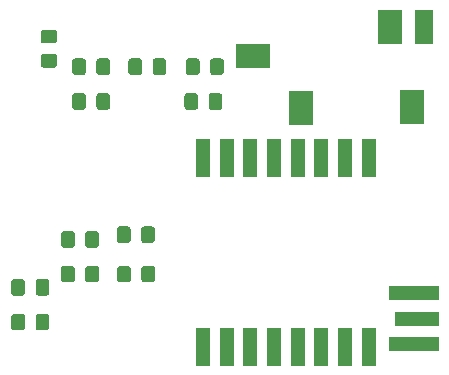
<source format=gbr>
G04 #@! TF.GenerationSoftware,KiCad,Pcbnew,(5.1.5)-3*
G04 #@! TF.CreationDate,2020-02-26T18:40:07+01:00*
G04 #@! TF.ProjectId,minirpi2,6d696e69-7270-4693-922e-6b696361645f,rev?*
G04 #@! TF.SameCoordinates,Original*
G04 #@! TF.FileFunction,Paste,Bot*
G04 #@! TF.FilePolarity,Positive*
%FSLAX46Y46*%
G04 Gerber Fmt 4.6, Leading zero omitted, Abs format (unit mm)*
G04 Created by KiCad (PCBNEW (5.1.5)-3) date 2020-02-26 18:40:07*
%MOMM*%
%LPD*%
G04 APERTURE LIST*
%ADD10C,0.100000*%
%ADD11R,1.200000X3.200000*%
%ADD12R,4.191000X1.270000*%
%ADD13R,3.683000X1.270000*%
%ADD14R,1.500000X3.000000*%
%ADD15R,2.000000X3.000000*%
%ADD16R,3.000000X2.000000*%
G04 APERTURE END LIST*
D10*
G36*
X192135505Y-52035204D02*
G01*
X192159773Y-52038804D01*
X192183572Y-52044765D01*
X192206671Y-52053030D01*
X192228850Y-52063520D01*
X192249893Y-52076132D01*
X192269599Y-52090747D01*
X192287777Y-52107223D01*
X192304253Y-52125401D01*
X192318868Y-52145107D01*
X192331480Y-52166150D01*
X192341970Y-52188329D01*
X192350235Y-52211428D01*
X192356196Y-52235227D01*
X192359796Y-52259495D01*
X192361000Y-52283999D01*
X192361000Y-53184001D01*
X192359796Y-53208505D01*
X192356196Y-53232773D01*
X192350235Y-53256572D01*
X192341970Y-53279671D01*
X192331480Y-53301850D01*
X192318868Y-53322893D01*
X192304253Y-53342599D01*
X192287777Y-53360777D01*
X192269599Y-53377253D01*
X192249893Y-53391868D01*
X192228850Y-53404480D01*
X192206671Y-53414970D01*
X192183572Y-53423235D01*
X192159773Y-53429196D01*
X192135505Y-53432796D01*
X192111001Y-53434000D01*
X191460999Y-53434000D01*
X191436495Y-53432796D01*
X191412227Y-53429196D01*
X191388428Y-53423235D01*
X191365329Y-53414970D01*
X191343150Y-53404480D01*
X191322107Y-53391868D01*
X191302401Y-53377253D01*
X191284223Y-53360777D01*
X191267747Y-53342599D01*
X191253132Y-53322893D01*
X191240520Y-53301850D01*
X191230030Y-53279671D01*
X191221765Y-53256572D01*
X191215804Y-53232773D01*
X191212204Y-53208505D01*
X191211000Y-53184001D01*
X191211000Y-52283999D01*
X191212204Y-52259495D01*
X191215804Y-52235227D01*
X191221765Y-52211428D01*
X191230030Y-52188329D01*
X191240520Y-52166150D01*
X191253132Y-52145107D01*
X191267747Y-52125401D01*
X191284223Y-52107223D01*
X191302401Y-52090747D01*
X191322107Y-52076132D01*
X191343150Y-52063520D01*
X191365329Y-52053030D01*
X191388428Y-52044765D01*
X191412227Y-52038804D01*
X191436495Y-52035204D01*
X191460999Y-52034000D01*
X192111001Y-52034000D01*
X192135505Y-52035204D01*
G37*
G36*
X194185505Y-52035204D02*
G01*
X194209773Y-52038804D01*
X194233572Y-52044765D01*
X194256671Y-52053030D01*
X194278850Y-52063520D01*
X194299893Y-52076132D01*
X194319599Y-52090747D01*
X194337777Y-52107223D01*
X194354253Y-52125401D01*
X194368868Y-52145107D01*
X194381480Y-52166150D01*
X194391970Y-52188329D01*
X194400235Y-52211428D01*
X194406196Y-52235227D01*
X194409796Y-52259495D01*
X194411000Y-52283999D01*
X194411000Y-53184001D01*
X194409796Y-53208505D01*
X194406196Y-53232773D01*
X194400235Y-53256572D01*
X194391970Y-53279671D01*
X194381480Y-53301850D01*
X194368868Y-53322893D01*
X194354253Y-53342599D01*
X194337777Y-53360777D01*
X194319599Y-53377253D01*
X194299893Y-53391868D01*
X194278850Y-53404480D01*
X194256671Y-53414970D01*
X194233572Y-53423235D01*
X194209773Y-53429196D01*
X194185505Y-53432796D01*
X194161001Y-53434000D01*
X193510999Y-53434000D01*
X193486495Y-53432796D01*
X193462227Y-53429196D01*
X193438428Y-53423235D01*
X193415329Y-53414970D01*
X193393150Y-53404480D01*
X193372107Y-53391868D01*
X193352401Y-53377253D01*
X193334223Y-53360777D01*
X193317747Y-53342599D01*
X193303132Y-53322893D01*
X193290520Y-53301850D01*
X193280030Y-53279671D01*
X193271765Y-53256572D01*
X193265804Y-53232773D01*
X193262204Y-53208505D01*
X193261000Y-53184001D01*
X193261000Y-52283999D01*
X193262204Y-52259495D01*
X193265804Y-52235227D01*
X193271765Y-52211428D01*
X193280030Y-52188329D01*
X193290520Y-52166150D01*
X193303132Y-52145107D01*
X193317747Y-52125401D01*
X193334223Y-52107223D01*
X193352401Y-52090747D01*
X193372107Y-52076132D01*
X193393150Y-52063520D01*
X193415329Y-52053030D01*
X193438428Y-52044765D01*
X193462227Y-52038804D01*
X193486495Y-52035204D01*
X193510999Y-52034000D01*
X194161001Y-52034000D01*
X194185505Y-52035204D01*
G37*
G36*
X192135505Y-49085204D02*
G01*
X192159773Y-49088804D01*
X192183572Y-49094765D01*
X192206671Y-49103030D01*
X192228850Y-49113520D01*
X192249893Y-49126132D01*
X192269599Y-49140747D01*
X192287777Y-49157223D01*
X192304253Y-49175401D01*
X192318868Y-49195107D01*
X192331480Y-49216150D01*
X192341970Y-49238329D01*
X192350235Y-49261428D01*
X192356196Y-49285227D01*
X192359796Y-49309495D01*
X192361000Y-49333999D01*
X192361000Y-50234001D01*
X192359796Y-50258505D01*
X192356196Y-50282773D01*
X192350235Y-50306572D01*
X192341970Y-50329671D01*
X192331480Y-50351850D01*
X192318868Y-50372893D01*
X192304253Y-50392599D01*
X192287777Y-50410777D01*
X192269599Y-50427253D01*
X192249893Y-50441868D01*
X192228850Y-50454480D01*
X192206671Y-50464970D01*
X192183572Y-50473235D01*
X192159773Y-50479196D01*
X192135505Y-50482796D01*
X192111001Y-50484000D01*
X191460999Y-50484000D01*
X191436495Y-50482796D01*
X191412227Y-50479196D01*
X191388428Y-50473235D01*
X191365329Y-50464970D01*
X191343150Y-50454480D01*
X191322107Y-50441868D01*
X191302401Y-50427253D01*
X191284223Y-50410777D01*
X191267747Y-50392599D01*
X191253132Y-50372893D01*
X191240520Y-50351850D01*
X191230030Y-50329671D01*
X191221765Y-50306572D01*
X191215804Y-50282773D01*
X191212204Y-50258505D01*
X191211000Y-50234001D01*
X191211000Y-49333999D01*
X191212204Y-49309495D01*
X191215804Y-49285227D01*
X191221765Y-49261428D01*
X191230030Y-49238329D01*
X191240520Y-49216150D01*
X191253132Y-49195107D01*
X191267747Y-49175401D01*
X191284223Y-49157223D01*
X191302401Y-49140747D01*
X191322107Y-49126132D01*
X191343150Y-49113520D01*
X191365329Y-49103030D01*
X191388428Y-49094765D01*
X191412227Y-49088804D01*
X191436495Y-49085204D01*
X191460999Y-49084000D01*
X192111001Y-49084000D01*
X192135505Y-49085204D01*
G37*
G36*
X194185505Y-49085204D02*
G01*
X194209773Y-49088804D01*
X194233572Y-49094765D01*
X194256671Y-49103030D01*
X194278850Y-49113520D01*
X194299893Y-49126132D01*
X194319599Y-49140747D01*
X194337777Y-49157223D01*
X194354253Y-49175401D01*
X194368868Y-49195107D01*
X194381480Y-49216150D01*
X194391970Y-49238329D01*
X194400235Y-49261428D01*
X194406196Y-49285227D01*
X194409796Y-49309495D01*
X194411000Y-49333999D01*
X194411000Y-50234001D01*
X194409796Y-50258505D01*
X194406196Y-50282773D01*
X194400235Y-50306572D01*
X194391970Y-50329671D01*
X194381480Y-50351850D01*
X194368868Y-50372893D01*
X194354253Y-50392599D01*
X194337777Y-50410777D01*
X194319599Y-50427253D01*
X194299893Y-50441868D01*
X194278850Y-50454480D01*
X194256671Y-50464970D01*
X194233572Y-50473235D01*
X194209773Y-50479196D01*
X194185505Y-50482796D01*
X194161001Y-50484000D01*
X193510999Y-50484000D01*
X193486495Y-50482796D01*
X193462227Y-50479196D01*
X193438428Y-50473235D01*
X193415329Y-50464970D01*
X193393150Y-50454480D01*
X193372107Y-50441868D01*
X193352401Y-50427253D01*
X193334223Y-50410777D01*
X193317747Y-50392599D01*
X193303132Y-50372893D01*
X193290520Y-50351850D01*
X193280030Y-50329671D01*
X193271765Y-50306572D01*
X193265804Y-50282773D01*
X193262204Y-50258505D01*
X193261000Y-50234001D01*
X193261000Y-49333999D01*
X193262204Y-49309495D01*
X193265804Y-49285227D01*
X193271765Y-49261428D01*
X193280030Y-49238329D01*
X193290520Y-49216150D01*
X193303132Y-49195107D01*
X193317747Y-49175401D01*
X193334223Y-49157223D01*
X193352401Y-49140747D01*
X193372107Y-49126132D01*
X193393150Y-49113520D01*
X193415329Y-49103030D01*
X193438428Y-49094765D01*
X193462227Y-49088804D01*
X193486495Y-49085204D01*
X193510999Y-49084000D01*
X194161001Y-49084000D01*
X194185505Y-49085204D01*
G37*
G36*
X201635505Y-52035204D02*
G01*
X201659773Y-52038804D01*
X201683572Y-52044765D01*
X201706671Y-52053030D01*
X201728850Y-52063520D01*
X201749893Y-52076132D01*
X201769599Y-52090747D01*
X201787777Y-52107223D01*
X201804253Y-52125401D01*
X201818868Y-52145107D01*
X201831480Y-52166150D01*
X201841970Y-52188329D01*
X201850235Y-52211428D01*
X201856196Y-52235227D01*
X201859796Y-52259495D01*
X201861000Y-52283999D01*
X201861000Y-53184001D01*
X201859796Y-53208505D01*
X201856196Y-53232773D01*
X201850235Y-53256572D01*
X201841970Y-53279671D01*
X201831480Y-53301850D01*
X201818868Y-53322893D01*
X201804253Y-53342599D01*
X201787777Y-53360777D01*
X201769599Y-53377253D01*
X201749893Y-53391868D01*
X201728850Y-53404480D01*
X201706671Y-53414970D01*
X201683572Y-53423235D01*
X201659773Y-53429196D01*
X201635505Y-53432796D01*
X201611001Y-53434000D01*
X200960999Y-53434000D01*
X200936495Y-53432796D01*
X200912227Y-53429196D01*
X200888428Y-53423235D01*
X200865329Y-53414970D01*
X200843150Y-53404480D01*
X200822107Y-53391868D01*
X200802401Y-53377253D01*
X200784223Y-53360777D01*
X200767747Y-53342599D01*
X200753132Y-53322893D01*
X200740520Y-53301850D01*
X200730030Y-53279671D01*
X200721765Y-53256572D01*
X200715804Y-53232773D01*
X200712204Y-53208505D01*
X200711000Y-53184001D01*
X200711000Y-52283999D01*
X200712204Y-52259495D01*
X200715804Y-52235227D01*
X200721765Y-52211428D01*
X200730030Y-52188329D01*
X200740520Y-52166150D01*
X200753132Y-52145107D01*
X200767747Y-52125401D01*
X200784223Y-52107223D01*
X200802401Y-52090747D01*
X200822107Y-52076132D01*
X200843150Y-52063520D01*
X200865329Y-52053030D01*
X200888428Y-52044765D01*
X200912227Y-52038804D01*
X200936495Y-52035204D01*
X200960999Y-52034000D01*
X201611001Y-52034000D01*
X201635505Y-52035204D01*
G37*
G36*
X203685505Y-52035204D02*
G01*
X203709773Y-52038804D01*
X203733572Y-52044765D01*
X203756671Y-52053030D01*
X203778850Y-52063520D01*
X203799893Y-52076132D01*
X203819599Y-52090747D01*
X203837777Y-52107223D01*
X203854253Y-52125401D01*
X203868868Y-52145107D01*
X203881480Y-52166150D01*
X203891970Y-52188329D01*
X203900235Y-52211428D01*
X203906196Y-52235227D01*
X203909796Y-52259495D01*
X203911000Y-52283999D01*
X203911000Y-53184001D01*
X203909796Y-53208505D01*
X203906196Y-53232773D01*
X203900235Y-53256572D01*
X203891970Y-53279671D01*
X203881480Y-53301850D01*
X203868868Y-53322893D01*
X203854253Y-53342599D01*
X203837777Y-53360777D01*
X203819599Y-53377253D01*
X203799893Y-53391868D01*
X203778850Y-53404480D01*
X203756671Y-53414970D01*
X203733572Y-53423235D01*
X203709773Y-53429196D01*
X203685505Y-53432796D01*
X203661001Y-53434000D01*
X203010999Y-53434000D01*
X202986495Y-53432796D01*
X202962227Y-53429196D01*
X202938428Y-53423235D01*
X202915329Y-53414970D01*
X202893150Y-53404480D01*
X202872107Y-53391868D01*
X202852401Y-53377253D01*
X202834223Y-53360777D01*
X202817747Y-53342599D01*
X202803132Y-53322893D01*
X202790520Y-53301850D01*
X202780030Y-53279671D01*
X202771765Y-53256572D01*
X202765804Y-53232773D01*
X202762204Y-53208505D01*
X202761000Y-53184001D01*
X202761000Y-52283999D01*
X202762204Y-52259495D01*
X202765804Y-52235227D01*
X202771765Y-52211428D01*
X202780030Y-52188329D01*
X202790520Y-52166150D01*
X202803132Y-52145107D01*
X202817747Y-52125401D01*
X202834223Y-52107223D01*
X202852401Y-52090747D01*
X202872107Y-52076132D01*
X202893150Y-52063520D01*
X202915329Y-52053030D01*
X202938428Y-52044765D01*
X202962227Y-52038804D01*
X202986495Y-52035204D01*
X203010999Y-52034000D01*
X203661001Y-52034000D01*
X203685505Y-52035204D01*
G37*
G36*
X196885505Y-49085204D02*
G01*
X196909773Y-49088804D01*
X196933572Y-49094765D01*
X196956671Y-49103030D01*
X196978850Y-49113520D01*
X196999893Y-49126132D01*
X197019599Y-49140747D01*
X197037777Y-49157223D01*
X197054253Y-49175401D01*
X197068868Y-49195107D01*
X197081480Y-49216150D01*
X197091970Y-49238329D01*
X197100235Y-49261428D01*
X197106196Y-49285227D01*
X197109796Y-49309495D01*
X197111000Y-49333999D01*
X197111000Y-50234001D01*
X197109796Y-50258505D01*
X197106196Y-50282773D01*
X197100235Y-50306572D01*
X197091970Y-50329671D01*
X197081480Y-50351850D01*
X197068868Y-50372893D01*
X197054253Y-50392599D01*
X197037777Y-50410777D01*
X197019599Y-50427253D01*
X196999893Y-50441868D01*
X196978850Y-50454480D01*
X196956671Y-50464970D01*
X196933572Y-50473235D01*
X196909773Y-50479196D01*
X196885505Y-50482796D01*
X196861001Y-50484000D01*
X196210999Y-50484000D01*
X196186495Y-50482796D01*
X196162227Y-50479196D01*
X196138428Y-50473235D01*
X196115329Y-50464970D01*
X196093150Y-50454480D01*
X196072107Y-50441868D01*
X196052401Y-50427253D01*
X196034223Y-50410777D01*
X196017747Y-50392599D01*
X196003132Y-50372893D01*
X195990520Y-50351850D01*
X195980030Y-50329671D01*
X195971765Y-50306572D01*
X195965804Y-50282773D01*
X195962204Y-50258505D01*
X195961000Y-50234001D01*
X195961000Y-49333999D01*
X195962204Y-49309495D01*
X195965804Y-49285227D01*
X195971765Y-49261428D01*
X195980030Y-49238329D01*
X195990520Y-49216150D01*
X196003132Y-49195107D01*
X196017747Y-49175401D01*
X196034223Y-49157223D01*
X196052401Y-49140747D01*
X196072107Y-49126132D01*
X196093150Y-49113520D01*
X196115329Y-49103030D01*
X196138428Y-49094765D01*
X196162227Y-49088804D01*
X196186495Y-49085204D01*
X196210999Y-49084000D01*
X196861001Y-49084000D01*
X196885505Y-49085204D01*
G37*
G36*
X198935505Y-49085204D02*
G01*
X198959773Y-49088804D01*
X198983572Y-49094765D01*
X199006671Y-49103030D01*
X199028850Y-49113520D01*
X199049893Y-49126132D01*
X199069599Y-49140747D01*
X199087777Y-49157223D01*
X199104253Y-49175401D01*
X199118868Y-49195107D01*
X199131480Y-49216150D01*
X199141970Y-49238329D01*
X199150235Y-49261428D01*
X199156196Y-49285227D01*
X199159796Y-49309495D01*
X199161000Y-49333999D01*
X199161000Y-50234001D01*
X199159796Y-50258505D01*
X199156196Y-50282773D01*
X199150235Y-50306572D01*
X199141970Y-50329671D01*
X199131480Y-50351850D01*
X199118868Y-50372893D01*
X199104253Y-50392599D01*
X199087777Y-50410777D01*
X199069599Y-50427253D01*
X199049893Y-50441868D01*
X199028850Y-50454480D01*
X199006671Y-50464970D01*
X198983572Y-50473235D01*
X198959773Y-50479196D01*
X198935505Y-50482796D01*
X198911001Y-50484000D01*
X198260999Y-50484000D01*
X198236495Y-50482796D01*
X198212227Y-50479196D01*
X198188428Y-50473235D01*
X198165329Y-50464970D01*
X198143150Y-50454480D01*
X198122107Y-50441868D01*
X198102401Y-50427253D01*
X198084223Y-50410777D01*
X198067747Y-50392599D01*
X198053132Y-50372893D01*
X198040520Y-50351850D01*
X198030030Y-50329671D01*
X198021765Y-50306572D01*
X198015804Y-50282773D01*
X198012204Y-50258505D01*
X198011000Y-50234001D01*
X198011000Y-49333999D01*
X198012204Y-49309495D01*
X198015804Y-49285227D01*
X198021765Y-49261428D01*
X198030030Y-49238329D01*
X198040520Y-49216150D01*
X198053132Y-49195107D01*
X198067747Y-49175401D01*
X198084223Y-49157223D01*
X198102401Y-49140747D01*
X198122107Y-49126132D01*
X198143150Y-49113520D01*
X198165329Y-49103030D01*
X198188428Y-49094765D01*
X198212227Y-49088804D01*
X198236495Y-49085204D01*
X198260999Y-49084000D01*
X198911001Y-49084000D01*
X198935505Y-49085204D01*
G37*
D11*
X202296000Y-73532000D03*
X204296000Y-73532000D03*
X206296000Y-73532000D03*
X208296000Y-73532000D03*
X210296000Y-73532000D03*
X212296000Y-73532000D03*
X214296000Y-73532000D03*
X216296000Y-73532000D03*
X216296000Y-57532000D03*
X214296000Y-57532000D03*
X212296000Y-57532000D03*
X210296000Y-57532000D03*
X208296000Y-57532000D03*
X206296000Y-57532000D03*
X204296000Y-57532000D03*
X202296000Y-57532000D03*
D12*
X220154500Y-73266300D03*
X220154500Y-68973700D03*
D13*
X220408500Y-71120000D03*
D12*
X220154500Y-73266300D03*
X220154500Y-68973700D03*
D10*
G36*
X189704505Y-48711204D02*
G01*
X189728773Y-48714804D01*
X189752572Y-48720765D01*
X189775671Y-48729030D01*
X189797850Y-48739520D01*
X189818893Y-48752132D01*
X189838599Y-48766747D01*
X189856777Y-48783223D01*
X189873253Y-48801401D01*
X189887868Y-48821107D01*
X189900480Y-48842150D01*
X189910970Y-48864329D01*
X189919235Y-48887428D01*
X189925196Y-48911227D01*
X189928796Y-48935495D01*
X189930000Y-48959999D01*
X189930000Y-49610001D01*
X189928796Y-49634505D01*
X189925196Y-49658773D01*
X189919235Y-49682572D01*
X189910970Y-49705671D01*
X189900480Y-49727850D01*
X189887868Y-49748893D01*
X189873253Y-49768599D01*
X189856777Y-49786777D01*
X189838599Y-49803253D01*
X189818893Y-49817868D01*
X189797850Y-49830480D01*
X189775671Y-49840970D01*
X189752572Y-49849235D01*
X189728773Y-49855196D01*
X189704505Y-49858796D01*
X189680001Y-49860000D01*
X188779999Y-49860000D01*
X188755495Y-49858796D01*
X188731227Y-49855196D01*
X188707428Y-49849235D01*
X188684329Y-49840970D01*
X188662150Y-49830480D01*
X188641107Y-49817868D01*
X188621401Y-49803253D01*
X188603223Y-49786777D01*
X188586747Y-49768599D01*
X188572132Y-49748893D01*
X188559520Y-49727850D01*
X188549030Y-49705671D01*
X188540765Y-49682572D01*
X188534804Y-49658773D01*
X188531204Y-49634505D01*
X188530000Y-49610001D01*
X188530000Y-48959999D01*
X188531204Y-48935495D01*
X188534804Y-48911227D01*
X188540765Y-48887428D01*
X188549030Y-48864329D01*
X188559520Y-48842150D01*
X188572132Y-48821107D01*
X188586747Y-48801401D01*
X188603223Y-48783223D01*
X188621401Y-48766747D01*
X188641107Y-48752132D01*
X188662150Y-48739520D01*
X188684329Y-48729030D01*
X188707428Y-48720765D01*
X188731227Y-48714804D01*
X188755495Y-48711204D01*
X188779999Y-48710000D01*
X189680001Y-48710000D01*
X189704505Y-48711204D01*
G37*
G36*
X189704505Y-46661204D02*
G01*
X189728773Y-46664804D01*
X189752572Y-46670765D01*
X189775671Y-46679030D01*
X189797850Y-46689520D01*
X189818893Y-46702132D01*
X189838599Y-46716747D01*
X189856777Y-46733223D01*
X189873253Y-46751401D01*
X189887868Y-46771107D01*
X189900480Y-46792150D01*
X189910970Y-46814329D01*
X189919235Y-46837428D01*
X189925196Y-46861227D01*
X189928796Y-46885495D01*
X189930000Y-46909999D01*
X189930000Y-47560001D01*
X189928796Y-47584505D01*
X189925196Y-47608773D01*
X189919235Y-47632572D01*
X189910970Y-47655671D01*
X189900480Y-47677850D01*
X189887868Y-47698893D01*
X189873253Y-47718599D01*
X189856777Y-47736777D01*
X189838599Y-47753253D01*
X189818893Y-47767868D01*
X189797850Y-47780480D01*
X189775671Y-47790970D01*
X189752572Y-47799235D01*
X189728773Y-47805196D01*
X189704505Y-47808796D01*
X189680001Y-47810000D01*
X188779999Y-47810000D01*
X188755495Y-47808796D01*
X188731227Y-47805196D01*
X188707428Y-47799235D01*
X188684329Y-47790970D01*
X188662150Y-47780480D01*
X188641107Y-47767868D01*
X188621401Y-47753253D01*
X188603223Y-47736777D01*
X188586747Y-47718599D01*
X188572132Y-47698893D01*
X188559520Y-47677850D01*
X188549030Y-47655671D01*
X188540765Y-47632572D01*
X188534804Y-47608773D01*
X188531204Y-47584505D01*
X188530000Y-47560001D01*
X188530000Y-46909999D01*
X188531204Y-46885495D01*
X188534804Y-46861227D01*
X188540765Y-46837428D01*
X188549030Y-46814329D01*
X188559520Y-46792150D01*
X188572132Y-46771107D01*
X188586747Y-46751401D01*
X188603223Y-46733223D01*
X188621401Y-46716747D01*
X188641107Y-46702132D01*
X188662150Y-46689520D01*
X188684329Y-46679030D01*
X188707428Y-46670765D01*
X188731227Y-46664804D01*
X188755495Y-46661204D01*
X188779999Y-46660000D01*
X189680001Y-46660000D01*
X189704505Y-46661204D01*
G37*
G36*
X203812505Y-49085204D02*
G01*
X203836773Y-49088804D01*
X203860572Y-49094765D01*
X203883671Y-49103030D01*
X203905850Y-49113520D01*
X203926893Y-49126132D01*
X203946599Y-49140747D01*
X203964777Y-49157223D01*
X203981253Y-49175401D01*
X203995868Y-49195107D01*
X204008480Y-49216150D01*
X204018970Y-49238329D01*
X204027235Y-49261428D01*
X204033196Y-49285227D01*
X204036796Y-49309495D01*
X204038000Y-49333999D01*
X204038000Y-50234001D01*
X204036796Y-50258505D01*
X204033196Y-50282773D01*
X204027235Y-50306572D01*
X204018970Y-50329671D01*
X204008480Y-50351850D01*
X203995868Y-50372893D01*
X203981253Y-50392599D01*
X203964777Y-50410777D01*
X203946599Y-50427253D01*
X203926893Y-50441868D01*
X203905850Y-50454480D01*
X203883671Y-50464970D01*
X203860572Y-50473235D01*
X203836773Y-50479196D01*
X203812505Y-50482796D01*
X203788001Y-50484000D01*
X203137999Y-50484000D01*
X203113495Y-50482796D01*
X203089227Y-50479196D01*
X203065428Y-50473235D01*
X203042329Y-50464970D01*
X203020150Y-50454480D01*
X202999107Y-50441868D01*
X202979401Y-50427253D01*
X202961223Y-50410777D01*
X202944747Y-50392599D01*
X202930132Y-50372893D01*
X202917520Y-50351850D01*
X202907030Y-50329671D01*
X202898765Y-50306572D01*
X202892804Y-50282773D01*
X202889204Y-50258505D01*
X202888000Y-50234001D01*
X202888000Y-49333999D01*
X202889204Y-49309495D01*
X202892804Y-49285227D01*
X202898765Y-49261428D01*
X202907030Y-49238329D01*
X202917520Y-49216150D01*
X202930132Y-49195107D01*
X202944747Y-49175401D01*
X202961223Y-49157223D01*
X202979401Y-49140747D01*
X202999107Y-49126132D01*
X203020150Y-49113520D01*
X203042329Y-49103030D01*
X203065428Y-49094765D01*
X203089227Y-49088804D01*
X203113495Y-49085204D01*
X203137999Y-49084000D01*
X203788001Y-49084000D01*
X203812505Y-49085204D01*
G37*
G36*
X201762505Y-49085204D02*
G01*
X201786773Y-49088804D01*
X201810572Y-49094765D01*
X201833671Y-49103030D01*
X201855850Y-49113520D01*
X201876893Y-49126132D01*
X201896599Y-49140747D01*
X201914777Y-49157223D01*
X201931253Y-49175401D01*
X201945868Y-49195107D01*
X201958480Y-49216150D01*
X201968970Y-49238329D01*
X201977235Y-49261428D01*
X201983196Y-49285227D01*
X201986796Y-49309495D01*
X201988000Y-49333999D01*
X201988000Y-50234001D01*
X201986796Y-50258505D01*
X201983196Y-50282773D01*
X201977235Y-50306572D01*
X201968970Y-50329671D01*
X201958480Y-50351850D01*
X201945868Y-50372893D01*
X201931253Y-50392599D01*
X201914777Y-50410777D01*
X201896599Y-50427253D01*
X201876893Y-50441868D01*
X201855850Y-50454480D01*
X201833671Y-50464970D01*
X201810572Y-50473235D01*
X201786773Y-50479196D01*
X201762505Y-50482796D01*
X201738001Y-50484000D01*
X201087999Y-50484000D01*
X201063495Y-50482796D01*
X201039227Y-50479196D01*
X201015428Y-50473235D01*
X200992329Y-50464970D01*
X200970150Y-50454480D01*
X200949107Y-50441868D01*
X200929401Y-50427253D01*
X200911223Y-50410777D01*
X200894747Y-50392599D01*
X200880132Y-50372893D01*
X200867520Y-50351850D01*
X200857030Y-50329671D01*
X200848765Y-50306572D01*
X200842804Y-50282773D01*
X200839204Y-50258505D01*
X200838000Y-50234001D01*
X200838000Y-49333999D01*
X200839204Y-49309495D01*
X200842804Y-49285227D01*
X200848765Y-49261428D01*
X200857030Y-49238329D01*
X200867520Y-49216150D01*
X200880132Y-49195107D01*
X200894747Y-49175401D01*
X200911223Y-49157223D01*
X200929401Y-49140747D01*
X200949107Y-49126132D01*
X200970150Y-49113520D01*
X200992329Y-49103030D01*
X201015428Y-49094765D01*
X201039227Y-49088804D01*
X201063495Y-49085204D01*
X201087999Y-49084000D01*
X201738001Y-49084000D01*
X201762505Y-49085204D01*
G37*
D14*
X221004000Y-46384000D03*
D15*
X218104000Y-46384000D03*
X220004000Y-53184000D03*
X210604000Y-53284000D03*
D16*
X206504000Y-48884000D03*
D10*
G36*
X191191505Y-66652204D02*
G01*
X191215773Y-66655804D01*
X191239572Y-66661765D01*
X191262671Y-66670030D01*
X191284850Y-66680520D01*
X191305893Y-66693132D01*
X191325599Y-66707747D01*
X191343777Y-66724223D01*
X191360253Y-66742401D01*
X191374868Y-66762107D01*
X191387480Y-66783150D01*
X191397970Y-66805329D01*
X191406235Y-66828428D01*
X191412196Y-66852227D01*
X191415796Y-66876495D01*
X191417000Y-66900999D01*
X191417000Y-67801001D01*
X191415796Y-67825505D01*
X191412196Y-67849773D01*
X191406235Y-67873572D01*
X191397970Y-67896671D01*
X191387480Y-67918850D01*
X191374868Y-67939893D01*
X191360253Y-67959599D01*
X191343777Y-67977777D01*
X191325599Y-67994253D01*
X191305893Y-68008868D01*
X191284850Y-68021480D01*
X191262671Y-68031970D01*
X191239572Y-68040235D01*
X191215773Y-68046196D01*
X191191505Y-68049796D01*
X191167001Y-68051000D01*
X190516999Y-68051000D01*
X190492495Y-68049796D01*
X190468227Y-68046196D01*
X190444428Y-68040235D01*
X190421329Y-68031970D01*
X190399150Y-68021480D01*
X190378107Y-68008868D01*
X190358401Y-67994253D01*
X190340223Y-67977777D01*
X190323747Y-67959599D01*
X190309132Y-67939893D01*
X190296520Y-67918850D01*
X190286030Y-67896671D01*
X190277765Y-67873572D01*
X190271804Y-67849773D01*
X190268204Y-67825505D01*
X190267000Y-67801001D01*
X190267000Y-66900999D01*
X190268204Y-66876495D01*
X190271804Y-66852227D01*
X190277765Y-66828428D01*
X190286030Y-66805329D01*
X190296520Y-66783150D01*
X190309132Y-66762107D01*
X190323747Y-66742401D01*
X190340223Y-66724223D01*
X190358401Y-66707747D01*
X190378107Y-66693132D01*
X190399150Y-66680520D01*
X190421329Y-66670030D01*
X190444428Y-66661765D01*
X190468227Y-66655804D01*
X190492495Y-66652204D01*
X190516999Y-66651000D01*
X191167001Y-66651000D01*
X191191505Y-66652204D01*
G37*
G36*
X193241505Y-66652204D02*
G01*
X193265773Y-66655804D01*
X193289572Y-66661765D01*
X193312671Y-66670030D01*
X193334850Y-66680520D01*
X193355893Y-66693132D01*
X193375599Y-66707747D01*
X193393777Y-66724223D01*
X193410253Y-66742401D01*
X193424868Y-66762107D01*
X193437480Y-66783150D01*
X193447970Y-66805329D01*
X193456235Y-66828428D01*
X193462196Y-66852227D01*
X193465796Y-66876495D01*
X193467000Y-66900999D01*
X193467000Y-67801001D01*
X193465796Y-67825505D01*
X193462196Y-67849773D01*
X193456235Y-67873572D01*
X193447970Y-67896671D01*
X193437480Y-67918850D01*
X193424868Y-67939893D01*
X193410253Y-67959599D01*
X193393777Y-67977777D01*
X193375599Y-67994253D01*
X193355893Y-68008868D01*
X193334850Y-68021480D01*
X193312671Y-68031970D01*
X193289572Y-68040235D01*
X193265773Y-68046196D01*
X193241505Y-68049796D01*
X193217001Y-68051000D01*
X192566999Y-68051000D01*
X192542495Y-68049796D01*
X192518227Y-68046196D01*
X192494428Y-68040235D01*
X192471329Y-68031970D01*
X192449150Y-68021480D01*
X192428107Y-68008868D01*
X192408401Y-67994253D01*
X192390223Y-67977777D01*
X192373747Y-67959599D01*
X192359132Y-67939893D01*
X192346520Y-67918850D01*
X192336030Y-67896671D01*
X192327765Y-67873572D01*
X192321804Y-67849773D01*
X192318204Y-67825505D01*
X192317000Y-67801001D01*
X192317000Y-66900999D01*
X192318204Y-66876495D01*
X192321804Y-66852227D01*
X192327765Y-66828428D01*
X192336030Y-66805329D01*
X192346520Y-66783150D01*
X192359132Y-66762107D01*
X192373747Y-66742401D01*
X192390223Y-66724223D01*
X192408401Y-66707747D01*
X192428107Y-66693132D01*
X192449150Y-66680520D01*
X192471329Y-66670030D01*
X192494428Y-66661765D01*
X192518227Y-66655804D01*
X192542495Y-66652204D01*
X192566999Y-66651000D01*
X193217001Y-66651000D01*
X193241505Y-66652204D01*
G37*
G36*
X191191505Y-63702204D02*
G01*
X191215773Y-63705804D01*
X191239572Y-63711765D01*
X191262671Y-63720030D01*
X191284850Y-63730520D01*
X191305893Y-63743132D01*
X191325599Y-63757747D01*
X191343777Y-63774223D01*
X191360253Y-63792401D01*
X191374868Y-63812107D01*
X191387480Y-63833150D01*
X191397970Y-63855329D01*
X191406235Y-63878428D01*
X191412196Y-63902227D01*
X191415796Y-63926495D01*
X191417000Y-63950999D01*
X191417000Y-64851001D01*
X191415796Y-64875505D01*
X191412196Y-64899773D01*
X191406235Y-64923572D01*
X191397970Y-64946671D01*
X191387480Y-64968850D01*
X191374868Y-64989893D01*
X191360253Y-65009599D01*
X191343777Y-65027777D01*
X191325599Y-65044253D01*
X191305893Y-65058868D01*
X191284850Y-65071480D01*
X191262671Y-65081970D01*
X191239572Y-65090235D01*
X191215773Y-65096196D01*
X191191505Y-65099796D01*
X191167001Y-65101000D01*
X190516999Y-65101000D01*
X190492495Y-65099796D01*
X190468227Y-65096196D01*
X190444428Y-65090235D01*
X190421329Y-65081970D01*
X190399150Y-65071480D01*
X190378107Y-65058868D01*
X190358401Y-65044253D01*
X190340223Y-65027777D01*
X190323747Y-65009599D01*
X190309132Y-64989893D01*
X190296520Y-64968850D01*
X190286030Y-64946671D01*
X190277765Y-64923572D01*
X190271804Y-64899773D01*
X190268204Y-64875505D01*
X190267000Y-64851001D01*
X190267000Y-63950999D01*
X190268204Y-63926495D01*
X190271804Y-63902227D01*
X190277765Y-63878428D01*
X190286030Y-63855329D01*
X190296520Y-63833150D01*
X190309132Y-63812107D01*
X190323747Y-63792401D01*
X190340223Y-63774223D01*
X190358401Y-63757747D01*
X190378107Y-63743132D01*
X190399150Y-63730520D01*
X190421329Y-63720030D01*
X190444428Y-63711765D01*
X190468227Y-63705804D01*
X190492495Y-63702204D01*
X190516999Y-63701000D01*
X191167001Y-63701000D01*
X191191505Y-63702204D01*
G37*
G36*
X193241505Y-63702204D02*
G01*
X193265773Y-63705804D01*
X193289572Y-63711765D01*
X193312671Y-63720030D01*
X193334850Y-63730520D01*
X193355893Y-63743132D01*
X193375599Y-63757747D01*
X193393777Y-63774223D01*
X193410253Y-63792401D01*
X193424868Y-63812107D01*
X193437480Y-63833150D01*
X193447970Y-63855329D01*
X193456235Y-63878428D01*
X193462196Y-63902227D01*
X193465796Y-63926495D01*
X193467000Y-63950999D01*
X193467000Y-64851001D01*
X193465796Y-64875505D01*
X193462196Y-64899773D01*
X193456235Y-64923572D01*
X193447970Y-64946671D01*
X193437480Y-64968850D01*
X193424868Y-64989893D01*
X193410253Y-65009599D01*
X193393777Y-65027777D01*
X193375599Y-65044253D01*
X193355893Y-65058868D01*
X193334850Y-65071480D01*
X193312671Y-65081970D01*
X193289572Y-65090235D01*
X193265773Y-65096196D01*
X193241505Y-65099796D01*
X193217001Y-65101000D01*
X192566999Y-65101000D01*
X192542495Y-65099796D01*
X192518227Y-65096196D01*
X192494428Y-65090235D01*
X192471329Y-65081970D01*
X192449150Y-65071480D01*
X192428107Y-65058868D01*
X192408401Y-65044253D01*
X192390223Y-65027777D01*
X192373747Y-65009599D01*
X192359132Y-64989893D01*
X192346520Y-64968850D01*
X192336030Y-64946671D01*
X192327765Y-64923572D01*
X192321804Y-64899773D01*
X192318204Y-64875505D01*
X192317000Y-64851001D01*
X192317000Y-63950999D01*
X192318204Y-63926495D01*
X192321804Y-63902227D01*
X192327765Y-63878428D01*
X192336030Y-63855329D01*
X192346520Y-63833150D01*
X192359132Y-63812107D01*
X192373747Y-63792401D01*
X192390223Y-63774223D01*
X192408401Y-63757747D01*
X192428107Y-63743132D01*
X192449150Y-63730520D01*
X192471329Y-63720030D01*
X192494428Y-63711765D01*
X192518227Y-63705804D01*
X192542495Y-63702204D01*
X192566999Y-63701000D01*
X193217001Y-63701000D01*
X193241505Y-63702204D01*
G37*
G36*
X197991505Y-66652204D02*
G01*
X198015773Y-66655804D01*
X198039572Y-66661765D01*
X198062671Y-66670030D01*
X198084850Y-66680520D01*
X198105893Y-66693132D01*
X198125599Y-66707747D01*
X198143777Y-66724223D01*
X198160253Y-66742401D01*
X198174868Y-66762107D01*
X198187480Y-66783150D01*
X198197970Y-66805329D01*
X198206235Y-66828428D01*
X198212196Y-66852227D01*
X198215796Y-66876495D01*
X198217000Y-66900999D01*
X198217000Y-67801001D01*
X198215796Y-67825505D01*
X198212196Y-67849773D01*
X198206235Y-67873572D01*
X198197970Y-67896671D01*
X198187480Y-67918850D01*
X198174868Y-67939893D01*
X198160253Y-67959599D01*
X198143777Y-67977777D01*
X198125599Y-67994253D01*
X198105893Y-68008868D01*
X198084850Y-68021480D01*
X198062671Y-68031970D01*
X198039572Y-68040235D01*
X198015773Y-68046196D01*
X197991505Y-68049796D01*
X197967001Y-68051000D01*
X197316999Y-68051000D01*
X197292495Y-68049796D01*
X197268227Y-68046196D01*
X197244428Y-68040235D01*
X197221329Y-68031970D01*
X197199150Y-68021480D01*
X197178107Y-68008868D01*
X197158401Y-67994253D01*
X197140223Y-67977777D01*
X197123747Y-67959599D01*
X197109132Y-67939893D01*
X197096520Y-67918850D01*
X197086030Y-67896671D01*
X197077765Y-67873572D01*
X197071804Y-67849773D01*
X197068204Y-67825505D01*
X197067000Y-67801001D01*
X197067000Y-66900999D01*
X197068204Y-66876495D01*
X197071804Y-66852227D01*
X197077765Y-66828428D01*
X197086030Y-66805329D01*
X197096520Y-66783150D01*
X197109132Y-66762107D01*
X197123747Y-66742401D01*
X197140223Y-66724223D01*
X197158401Y-66707747D01*
X197178107Y-66693132D01*
X197199150Y-66680520D01*
X197221329Y-66670030D01*
X197244428Y-66661765D01*
X197268227Y-66655804D01*
X197292495Y-66652204D01*
X197316999Y-66651000D01*
X197967001Y-66651000D01*
X197991505Y-66652204D01*
G37*
G36*
X195941505Y-66652204D02*
G01*
X195965773Y-66655804D01*
X195989572Y-66661765D01*
X196012671Y-66670030D01*
X196034850Y-66680520D01*
X196055893Y-66693132D01*
X196075599Y-66707747D01*
X196093777Y-66724223D01*
X196110253Y-66742401D01*
X196124868Y-66762107D01*
X196137480Y-66783150D01*
X196147970Y-66805329D01*
X196156235Y-66828428D01*
X196162196Y-66852227D01*
X196165796Y-66876495D01*
X196167000Y-66900999D01*
X196167000Y-67801001D01*
X196165796Y-67825505D01*
X196162196Y-67849773D01*
X196156235Y-67873572D01*
X196147970Y-67896671D01*
X196137480Y-67918850D01*
X196124868Y-67939893D01*
X196110253Y-67959599D01*
X196093777Y-67977777D01*
X196075599Y-67994253D01*
X196055893Y-68008868D01*
X196034850Y-68021480D01*
X196012671Y-68031970D01*
X195989572Y-68040235D01*
X195965773Y-68046196D01*
X195941505Y-68049796D01*
X195917001Y-68051000D01*
X195266999Y-68051000D01*
X195242495Y-68049796D01*
X195218227Y-68046196D01*
X195194428Y-68040235D01*
X195171329Y-68031970D01*
X195149150Y-68021480D01*
X195128107Y-68008868D01*
X195108401Y-67994253D01*
X195090223Y-67977777D01*
X195073747Y-67959599D01*
X195059132Y-67939893D01*
X195046520Y-67918850D01*
X195036030Y-67896671D01*
X195027765Y-67873572D01*
X195021804Y-67849773D01*
X195018204Y-67825505D01*
X195017000Y-67801001D01*
X195017000Y-66900999D01*
X195018204Y-66876495D01*
X195021804Y-66852227D01*
X195027765Y-66828428D01*
X195036030Y-66805329D01*
X195046520Y-66783150D01*
X195059132Y-66762107D01*
X195073747Y-66742401D01*
X195090223Y-66724223D01*
X195108401Y-66707747D01*
X195128107Y-66693132D01*
X195149150Y-66680520D01*
X195171329Y-66670030D01*
X195194428Y-66661765D01*
X195218227Y-66655804D01*
X195242495Y-66652204D01*
X195266999Y-66651000D01*
X195917001Y-66651000D01*
X195941505Y-66652204D01*
G37*
G36*
X197970505Y-63309204D02*
G01*
X197994773Y-63312804D01*
X198018572Y-63318765D01*
X198041671Y-63327030D01*
X198063850Y-63337520D01*
X198084893Y-63350132D01*
X198104599Y-63364747D01*
X198122777Y-63381223D01*
X198139253Y-63399401D01*
X198153868Y-63419107D01*
X198166480Y-63440150D01*
X198176970Y-63462329D01*
X198185235Y-63485428D01*
X198191196Y-63509227D01*
X198194796Y-63533495D01*
X198196000Y-63557999D01*
X198196000Y-64458001D01*
X198194796Y-64482505D01*
X198191196Y-64506773D01*
X198185235Y-64530572D01*
X198176970Y-64553671D01*
X198166480Y-64575850D01*
X198153868Y-64596893D01*
X198139253Y-64616599D01*
X198122777Y-64634777D01*
X198104599Y-64651253D01*
X198084893Y-64665868D01*
X198063850Y-64678480D01*
X198041671Y-64688970D01*
X198018572Y-64697235D01*
X197994773Y-64703196D01*
X197970505Y-64706796D01*
X197946001Y-64708000D01*
X197295999Y-64708000D01*
X197271495Y-64706796D01*
X197247227Y-64703196D01*
X197223428Y-64697235D01*
X197200329Y-64688970D01*
X197178150Y-64678480D01*
X197157107Y-64665868D01*
X197137401Y-64651253D01*
X197119223Y-64634777D01*
X197102747Y-64616599D01*
X197088132Y-64596893D01*
X197075520Y-64575850D01*
X197065030Y-64553671D01*
X197056765Y-64530572D01*
X197050804Y-64506773D01*
X197047204Y-64482505D01*
X197046000Y-64458001D01*
X197046000Y-63557999D01*
X197047204Y-63533495D01*
X197050804Y-63509227D01*
X197056765Y-63485428D01*
X197065030Y-63462329D01*
X197075520Y-63440150D01*
X197088132Y-63419107D01*
X197102747Y-63399401D01*
X197119223Y-63381223D01*
X197137401Y-63364747D01*
X197157107Y-63350132D01*
X197178150Y-63337520D01*
X197200329Y-63327030D01*
X197223428Y-63318765D01*
X197247227Y-63312804D01*
X197271495Y-63309204D01*
X197295999Y-63308000D01*
X197946001Y-63308000D01*
X197970505Y-63309204D01*
G37*
G36*
X195920505Y-63309204D02*
G01*
X195944773Y-63312804D01*
X195968572Y-63318765D01*
X195991671Y-63327030D01*
X196013850Y-63337520D01*
X196034893Y-63350132D01*
X196054599Y-63364747D01*
X196072777Y-63381223D01*
X196089253Y-63399401D01*
X196103868Y-63419107D01*
X196116480Y-63440150D01*
X196126970Y-63462329D01*
X196135235Y-63485428D01*
X196141196Y-63509227D01*
X196144796Y-63533495D01*
X196146000Y-63557999D01*
X196146000Y-64458001D01*
X196144796Y-64482505D01*
X196141196Y-64506773D01*
X196135235Y-64530572D01*
X196126970Y-64553671D01*
X196116480Y-64575850D01*
X196103868Y-64596893D01*
X196089253Y-64616599D01*
X196072777Y-64634777D01*
X196054599Y-64651253D01*
X196034893Y-64665868D01*
X196013850Y-64678480D01*
X195991671Y-64688970D01*
X195968572Y-64697235D01*
X195944773Y-64703196D01*
X195920505Y-64706796D01*
X195896001Y-64708000D01*
X195245999Y-64708000D01*
X195221495Y-64706796D01*
X195197227Y-64703196D01*
X195173428Y-64697235D01*
X195150329Y-64688970D01*
X195128150Y-64678480D01*
X195107107Y-64665868D01*
X195087401Y-64651253D01*
X195069223Y-64634777D01*
X195052747Y-64616599D01*
X195038132Y-64596893D01*
X195025520Y-64575850D01*
X195015030Y-64553671D01*
X195006765Y-64530572D01*
X195000804Y-64506773D01*
X194997204Y-64482505D01*
X194996000Y-64458001D01*
X194996000Y-63557999D01*
X194997204Y-63533495D01*
X195000804Y-63509227D01*
X195006765Y-63485428D01*
X195015030Y-63462329D01*
X195025520Y-63440150D01*
X195038132Y-63419107D01*
X195052747Y-63399401D01*
X195069223Y-63381223D01*
X195087401Y-63364747D01*
X195107107Y-63350132D01*
X195128150Y-63337520D01*
X195150329Y-63327030D01*
X195173428Y-63318765D01*
X195197227Y-63312804D01*
X195221495Y-63309204D01*
X195245999Y-63308000D01*
X195896001Y-63308000D01*
X195920505Y-63309204D01*
G37*
G36*
X189025505Y-70716204D02*
G01*
X189049773Y-70719804D01*
X189073572Y-70725765D01*
X189096671Y-70734030D01*
X189118850Y-70744520D01*
X189139893Y-70757132D01*
X189159599Y-70771747D01*
X189177777Y-70788223D01*
X189194253Y-70806401D01*
X189208868Y-70826107D01*
X189221480Y-70847150D01*
X189231970Y-70869329D01*
X189240235Y-70892428D01*
X189246196Y-70916227D01*
X189249796Y-70940495D01*
X189251000Y-70964999D01*
X189251000Y-71865001D01*
X189249796Y-71889505D01*
X189246196Y-71913773D01*
X189240235Y-71937572D01*
X189231970Y-71960671D01*
X189221480Y-71982850D01*
X189208868Y-72003893D01*
X189194253Y-72023599D01*
X189177777Y-72041777D01*
X189159599Y-72058253D01*
X189139893Y-72072868D01*
X189118850Y-72085480D01*
X189096671Y-72095970D01*
X189073572Y-72104235D01*
X189049773Y-72110196D01*
X189025505Y-72113796D01*
X189001001Y-72115000D01*
X188350999Y-72115000D01*
X188326495Y-72113796D01*
X188302227Y-72110196D01*
X188278428Y-72104235D01*
X188255329Y-72095970D01*
X188233150Y-72085480D01*
X188212107Y-72072868D01*
X188192401Y-72058253D01*
X188174223Y-72041777D01*
X188157747Y-72023599D01*
X188143132Y-72003893D01*
X188130520Y-71982850D01*
X188120030Y-71960671D01*
X188111765Y-71937572D01*
X188105804Y-71913773D01*
X188102204Y-71889505D01*
X188101000Y-71865001D01*
X188101000Y-70964999D01*
X188102204Y-70940495D01*
X188105804Y-70916227D01*
X188111765Y-70892428D01*
X188120030Y-70869329D01*
X188130520Y-70847150D01*
X188143132Y-70826107D01*
X188157747Y-70806401D01*
X188174223Y-70788223D01*
X188192401Y-70771747D01*
X188212107Y-70757132D01*
X188233150Y-70744520D01*
X188255329Y-70734030D01*
X188278428Y-70725765D01*
X188302227Y-70719804D01*
X188326495Y-70716204D01*
X188350999Y-70715000D01*
X189001001Y-70715000D01*
X189025505Y-70716204D01*
G37*
G36*
X186975505Y-70716204D02*
G01*
X186999773Y-70719804D01*
X187023572Y-70725765D01*
X187046671Y-70734030D01*
X187068850Y-70744520D01*
X187089893Y-70757132D01*
X187109599Y-70771747D01*
X187127777Y-70788223D01*
X187144253Y-70806401D01*
X187158868Y-70826107D01*
X187171480Y-70847150D01*
X187181970Y-70869329D01*
X187190235Y-70892428D01*
X187196196Y-70916227D01*
X187199796Y-70940495D01*
X187201000Y-70964999D01*
X187201000Y-71865001D01*
X187199796Y-71889505D01*
X187196196Y-71913773D01*
X187190235Y-71937572D01*
X187181970Y-71960671D01*
X187171480Y-71982850D01*
X187158868Y-72003893D01*
X187144253Y-72023599D01*
X187127777Y-72041777D01*
X187109599Y-72058253D01*
X187089893Y-72072868D01*
X187068850Y-72085480D01*
X187046671Y-72095970D01*
X187023572Y-72104235D01*
X186999773Y-72110196D01*
X186975505Y-72113796D01*
X186951001Y-72115000D01*
X186300999Y-72115000D01*
X186276495Y-72113796D01*
X186252227Y-72110196D01*
X186228428Y-72104235D01*
X186205329Y-72095970D01*
X186183150Y-72085480D01*
X186162107Y-72072868D01*
X186142401Y-72058253D01*
X186124223Y-72041777D01*
X186107747Y-72023599D01*
X186093132Y-72003893D01*
X186080520Y-71982850D01*
X186070030Y-71960671D01*
X186061765Y-71937572D01*
X186055804Y-71913773D01*
X186052204Y-71889505D01*
X186051000Y-71865001D01*
X186051000Y-70964999D01*
X186052204Y-70940495D01*
X186055804Y-70916227D01*
X186061765Y-70892428D01*
X186070030Y-70869329D01*
X186080520Y-70847150D01*
X186093132Y-70826107D01*
X186107747Y-70806401D01*
X186124223Y-70788223D01*
X186142401Y-70771747D01*
X186162107Y-70757132D01*
X186183150Y-70744520D01*
X186205329Y-70734030D01*
X186228428Y-70725765D01*
X186252227Y-70719804D01*
X186276495Y-70716204D01*
X186300999Y-70715000D01*
X186951001Y-70715000D01*
X186975505Y-70716204D01*
G37*
G36*
X186975505Y-67766204D02*
G01*
X186999773Y-67769804D01*
X187023572Y-67775765D01*
X187046671Y-67784030D01*
X187068850Y-67794520D01*
X187089893Y-67807132D01*
X187109599Y-67821747D01*
X187127777Y-67838223D01*
X187144253Y-67856401D01*
X187158868Y-67876107D01*
X187171480Y-67897150D01*
X187181970Y-67919329D01*
X187190235Y-67942428D01*
X187196196Y-67966227D01*
X187199796Y-67990495D01*
X187201000Y-68014999D01*
X187201000Y-68915001D01*
X187199796Y-68939505D01*
X187196196Y-68963773D01*
X187190235Y-68987572D01*
X187181970Y-69010671D01*
X187171480Y-69032850D01*
X187158868Y-69053893D01*
X187144253Y-69073599D01*
X187127777Y-69091777D01*
X187109599Y-69108253D01*
X187089893Y-69122868D01*
X187068850Y-69135480D01*
X187046671Y-69145970D01*
X187023572Y-69154235D01*
X186999773Y-69160196D01*
X186975505Y-69163796D01*
X186951001Y-69165000D01*
X186300999Y-69165000D01*
X186276495Y-69163796D01*
X186252227Y-69160196D01*
X186228428Y-69154235D01*
X186205329Y-69145970D01*
X186183150Y-69135480D01*
X186162107Y-69122868D01*
X186142401Y-69108253D01*
X186124223Y-69091777D01*
X186107747Y-69073599D01*
X186093132Y-69053893D01*
X186080520Y-69032850D01*
X186070030Y-69010671D01*
X186061765Y-68987572D01*
X186055804Y-68963773D01*
X186052204Y-68939505D01*
X186051000Y-68915001D01*
X186051000Y-68014999D01*
X186052204Y-67990495D01*
X186055804Y-67966227D01*
X186061765Y-67942428D01*
X186070030Y-67919329D01*
X186080520Y-67897150D01*
X186093132Y-67876107D01*
X186107747Y-67856401D01*
X186124223Y-67838223D01*
X186142401Y-67821747D01*
X186162107Y-67807132D01*
X186183150Y-67794520D01*
X186205329Y-67784030D01*
X186228428Y-67775765D01*
X186252227Y-67769804D01*
X186276495Y-67766204D01*
X186300999Y-67765000D01*
X186951001Y-67765000D01*
X186975505Y-67766204D01*
G37*
G36*
X189025505Y-67766204D02*
G01*
X189049773Y-67769804D01*
X189073572Y-67775765D01*
X189096671Y-67784030D01*
X189118850Y-67794520D01*
X189139893Y-67807132D01*
X189159599Y-67821747D01*
X189177777Y-67838223D01*
X189194253Y-67856401D01*
X189208868Y-67876107D01*
X189221480Y-67897150D01*
X189231970Y-67919329D01*
X189240235Y-67942428D01*
X189246196Y-67966227D01*
X189249796Y-67990495D01*
X189251000Y-68014999D01*
X189251000Y-68915001D01*
X189249796Y-68939505D01*
X189246196Y-68963773D01*
X189240235Y-68987572D01*
X189231970Y-69010671D01*
X189221480Y-69032850D01*
X189208868Y-69053893D01*
X189194253Y-69073599D01*
X189177777Y-69091777D01*
X189159599Y-69108253D01*
X189139893Y-69122868D01*
X189118850Y-69135480D01*
X189096671Y-69145970D01*
X189073572Y-69154235D01*
X189049773Y-69160196D01*
X189025505Y-69163796D01*
X189001001Y-69165000D01*
X188350999Y-69165000D01*
X188326495Y-69163796D01*
X188302227Y-69160196D01*
X188278428Y-69154235D01*
X188255329Y-69145970D01*
X188233150Y-69135480D01*
X188212107Y-69122868D01*
X188192401Y-69108253D01*
X188174223Y-69091777D01*
X188157747Y-69073599D01*
X188143132Y-69053893D01*
X188130520Y-69032850D01*
X188120030Y-69010671D01*
X188111765Y-68987572D01*
X188105804Y-68963773D01*
X188102204Y-68939505D01*
X188101000Y-68915001D01*
X188101000Y-68014999D01*
X188102204Y-67990495D01*
X188105804Y-67966227D01*
X188111765Y-67942428D01*
X188120030Y-67919329D01*
X188130520Y-67897150D01*
X188143132Y-67876107D01*
X188157747Y-67856401D01*
X188174223Y-67838223D01*
X188192401Y-67821747D01*
X188212107Y-67807132D01*
X188233150Y-67794520D01*
X188255329Y-67784030D01*
X188278428Y-67775765D01*
X188302227Y-67769804D01*
X188326495Y-67766204D01*
X188350999Y-67765000D01*
X189001001Y-67765000D01*
X189025505Y-67766204D01*
G37*
M02*

</source>
